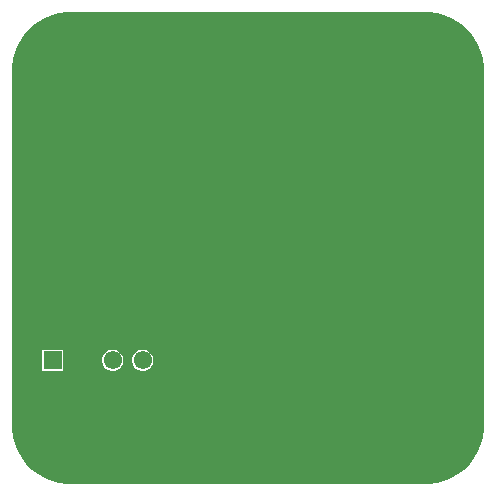
<source format=gbl>
G04*
G04 #@! TF.GenerationSoftware,Altium Limited,Altium Designer,25.8.1 (18)*
G04*
G04 Layer_Physical_Order=2*
G04 Layer_Color=16711680*
%FSLAX25Y25*%
%MOIN*%
G70*
G04*
G04 #@! TF.SameCoordinates,45097E57-D6D4-4368-9298-5D8CD2504E13*
G04*
G04*
G04 #@! TF.FilePolarity,Positive*
G04*
G01*
G75*
%ADD54O,0.03937X0.07874*%
%ADD55C,0.06102*%
%ADD56R,0.06102X0.06102*%
%ADD57C,0.05000*%
%ADD58C,0.15748*%
%ADD59C,0.03937*%
%ADD60C,0.01968*%
G36*
X141644Y157143D02*
X144136Y156476D01*
X146520Y155488D01*
X148755Y154198D01*
X150802Y152627D01*
X152627Y150802D01*
X154198Y148755D01*
X155488Y146520D01*
X156476Y144136D01*
X157143Y141644D01*
X157480Y139085D01*
Y137795D01*
Y19685D01*
Y18395D01*
X157143Y15836D01*
X156476Y13344D01*
X155488Y10960D01*
X154198Y8725D01*
X152627Y6678D01*
X150802Y4853D01*
X148755Y3282D01*
X146520Y1992D01*
X144136Y1005D01*
X141644Y337D01*
X139085Y0D01*
X19685D01*
X18395Y-0D01*
X15836Y337D01*
X13344Y1005D01*
X10960Y1992D01*
X8725Y3282D01*
X6678Y4853D01*
X4853Y6678D01*
X3282Y8725D01*
X1992Y10960D01*
X1005Y13344D01*
X337Y15836D01*
X-0Y18395D01*
X0Y19685D01*
Y19685D01*
X0Y137795D01*
Y139085D01*
X337Y141644D01*
X1005Y144136D01*
X1992Y146520D01*
X3282Y148755D01*
X4853Y150802D01*
X6678Y152627D01*
X8725Y154198D01*
X10960Y155488D01*
X13344Y156476D01*
X15836Y157143D01*
X18395Y157480D01*
X19685Y157480D01*
X19685Y157480D01*
X139085D01*
X141644Y157143D01*
D02*
G37*
%LPC*%
G36*
X44090Y44890D02*
X43154D01*
X42251Y44648D01*
X41442Y44180D01*
X40780Y43519D01*
X40313Y42709D01*
X40071Y41806D01*
Y40871D01*
X40313Y39968D01*
X40780Y39158D01*
X41442Y38497D01*
X42251Y38029D01*
X43154Y37787D01*
X44090D01*
X44993Y38029D01*
X45803Y38497D01*
X46464Y39158D01*
X46931Y39968D01*
X47173Y40871D01*
Y41806D01*
X46931Y42709D01*
X46464Y43519D01*
X45803Y44180D01*
X44993Y44648D01*
X44090Y44890D01*
D02*
G37*
G36*
X34090D02*
X33154D01*
X32251Y44648D01*
X31442Y44180D01*
X30780Y43519D01*
X30313Y42709D01*
X30071Y41806D01*
Y40871D01*
X30313Y39968D01*
X30780Y39158D01*
X31442Y38497D01*
X32251Y38029D01*
X33154Y37787D01*
X34090D01*
X34993Y38029D01*
X35803Y38497D01*
X36464Y39158D01*
X36931Y39968D01*
X37173Y40871D01*
Y41806D01*
X36931Y42709D01*
X36464Y43519D01*
X35803Y44180D01*
X34993Y44648D01*
X34090Y44890D01*
D02*
G37*
G36*
X17173D02*
X10071D01*
Y37787D01*
X17173D01*
Y44890D01*
D02*
G37*
%LPD*%
D54*
X95748Y152776D02*
D03*
Y4705D02*
D03*
Y137815D02*
D03*
X61732Y152776D02*
D03*
Y137815D02*
D03*
X95748Y19665D02*
D03*
X61732Y4705D02*
D03*
Y19665D02*
D03*
D55*
X23622Y41339D02*
D03*
X33622D02*
D03*
X43622D02*
D03*
D56*
X13622D02*
D03*
D57*
X29528Y76772D02*
D03*
X102362Y35433D02*
D03*
X25591Y98425D02*
D03*
X74803Y66929D02*
D03*
D58*
X137795Y137795D02*
D03*
Y19685D02*
D03*
X19685Y137795D02*
D03*
Y19685D02*
D03*
D59*
X129921Y106299D02*
D03*
X103347Y113189D02*
D03*
X129921Y97441D02*
D03*
X107283Y85630D02*
D03*
X89567Y109252D02*
D03*
D60*
X110433Y100591D02*
D03*
X106102D02*
D03*
X110433Y96260D02*
D03*
X106102D02*
D03*
M02*

</source>
